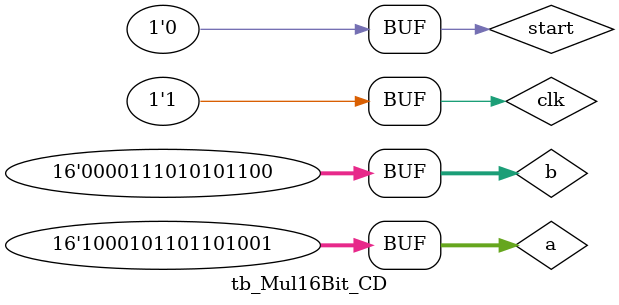
<source format=v>
`timescale 1ns / 1ps

module tb_Mul16Bit_CD();
    
    reg clk;
    reg start;
    reg [15:0] a,b;
    wire [31:0] result;
    wire resultValid;
    
    Mul16Bit_CD mul1(clk, start, a, b, result, resultValid);
    
    // Clock
    always begin
        clk = 1'b0;
        #5;
        clk = 1'b1;
        #5;
    end
    
    initial begin
        a = 16'd0;
        b = 16'd0;
        start = 1'b0;    
        #40;
        
        a = 16'd35689;
        b = 16'd3756;
        #20;
        
        start = 1'b1;
        #10;
        start = 1'b0;
    end
endmodule

</source>
